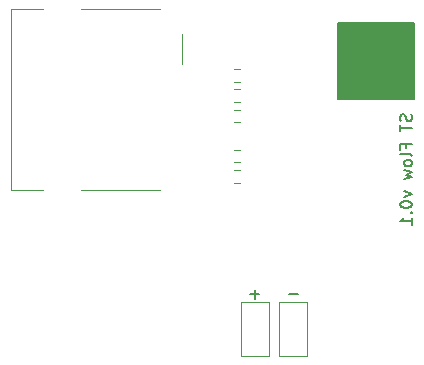
<source format=gbr>
%TF.GenerationSoftware,KiCad,Pcbnew,(6.0.4)*%
%TF.CreationDate,2023-08-29T14:34:22+02:00*%
%TF.ProjectId,big_black_box_pcb_cad,6269675f-626c-4616-936b-5f626f785f70,rev?*%
%TF.SameCoordinates,Original*%
%TF.FileFunction,Legend,Bot*%
%TF.FilePolarity,Positive*%
%FSLAX46Y46*%
G04 Gerber Fmt 4.6, Leading zero omitted, Abs format (unit mm)*
G04 Created by KiCad (PCBNEW (6.0.4)) date 2023-08-29 14:34:22*
%MOMM*%
%LPD*%
G01*
G04 APERTURE LIST*
%ADD10C,0.150000*%
%ADD11C,0.200000*%
%ADD12C,0.120000*%
G04 APERTURE END LIST*
D10*
X173200000Y-85600000D02*
X166800000Y-85600000D01*
X166800000Y-85600000D02*
X166800000Y-92000000D01*
X166800000Y-92000000D02*
X173200000Y-92000000D01*
X173200000Y-92000000D02*
X173200000Y-85600000D01*
G36*
X173200000Y-85600000D02*
G01*
X166800000Y-85600000D01*
X166800000Y-92000000D01*
X173200000Y-92000000D01*
X173200000Y-85600000D01*
G37*
D11*
X173004761Y-93333333D02*
X173052380Y-93476190D01*
X173052380Y-93714285D01*
X173004761Y-93809523D01*
X172957142Y-93857142D01*
X172861904Y-93904761D01*
X172766666Y-93904761D01*
X172671428Y-93857142D01*
X172623809Y-93809523D01*
X172576190Y-93714285D01*
X172528571Y-93523809D01*
X172480952Y-93428571D01*
X172433333Y-93380952D01*
X172338095Y-93333333D01*
X172242857Y-93333333D01*
X172147619Y-93380952D01*
X172100000Y-93428571D01*
X172052380Y-93523809D01*
X172052380Y-93761904D01*
X172100000Y-93904761D01*
X172052380Y-94190476D02*
X172052380Y-94761904D01*
X173052380Y-94476190D02*
X172052380Y-94476190D01*
X172528571Y-96190476D02*
X172528571Y-95857142D01*
X173052380Y-95857142D02*
X172052380Y-95857142D01*
X172052380Y-96333333D01*
X173052380Y-96857142D02*
X173004761Y-96761904D01*
X172909523Y-96714285D01*
X172052380Y-96714285D01*
X173052380Y-97380952D02*
X173004761Y-97285714D01*
X172957142Y-97238095D01*
X172861904Y-97190476D01*
X172576190Y-97190476D01*
X172480952Y-97238095D01*
X172433333Y-97285714D01*
X172385714Y-97380952D01*
X172385714Y-97523809D01*
X172433333Y-97619047D01*
X172480952Y-97666666D01*
X172576190Y-97714285D01*
X172861904Y-97714285D01*
X172957142Y-97666666D01*
X173004761Y-97619047D01*
X173052380Y-97523809D01*
X173052380Y-97380952D01*
X172385714Y-98047619D02*
X173052380Y-98238095D01*
X172576190Y-98428571D01*
X173052380Y-98619047D01*
X172385714Y-98809523D01*
X172385714Y-99857142D02*
X173052380Y-100095238D01*
X172385714Y-100333333D01*
X172052380Y-100904761D02*
X172052380Y-101000000D01*
X172100000Y-101095238D01*
X172147619Y-101142857D01*
X172242857Y-101190476D01*
X172433333Y-101238095D01*
X172671428Y-101238095D01*
X172861904Y-101190476D01*
X172957142Y-101142857D01*
X173004761Y-101095238D01*
X173052380Y-101000000D01*
X173052380Y-100904761D01*
X173004761Y-100809523D01*
X172957142Y-100761904D01*
X172861904Y-100714285D01*
X172671428Y-100666666D01*
X172433333Y-100666666D01*
X172242857Y-100714285D01*
X172147619Y-100761904D01*
X172100000Y-100809523D01*
X172052380Y-100904761D01*
X172957142Y-101666666D02*
X173004761Y-101714285D01*
X173052380Y-101666666D01*
X173004761Y-101619047D01*
X172957142Y-101666666D01*
X173052380Y-101666666D01*
X173052380Y-102666666D02*
X173052380Y-102095238D01*
X173052380Y-102380952D02*
X172052380Y-102380952D01*
X172195238Y-102285714D01*
X172290476Y-102190476D01*
X172338095Y-102095238D01*
D10*
X163380952Y-108571428D02*
X162619047Y-108571428D01*
X160130952Y-108571428D02*
X159369047Y-108571428D01*
X159750000Y-108952380D02*
X159750000Y-108190476D01*
D12*
%TO.C,U105*%
X145000000Y-99700000D02*
X151750000Y-99700000D01*
X153600000Y-89050000D02*
X153600000Y-86500000D01*
X139100000Y-99700000D02*
X139100000Y-84400000D01*
X139100000Y-99700000D02*
X141800000Y-99700000D01*
X139100000Y-84400000D02*
X141800000Y-84400000D01*
X151750000Y-84400000D02*
X145000000Y-84400000D01*
%TO.C,TP102*%
X160950000Y-113750000D02*
X160950000Y-109250000D01*
X160950000Y-109250000D02*
X158550000Y-109250000D01*
X158550000Y-109250000D02*
X158550000Y-113750000D01*
X158550000Y-113750000D02*
X160950000Y-113750000D01*
%TO.C,TP101*%
X164200000Y-113750000D02*
X164200000Y-109250000D01*
X161800000Y-109250000D02*
X161800000Y-113750000D01*
X164200000Y-109250000D02*
X161800000Y-109250000D01*
X161800000Y-113750000D02*
X164200000Y-113750000D01*
%TO.C,R117*%
X158487258Y-99097500D02*
X158012742Y-99097500D01*
X158487258Y-98052500D02*
X158012742Y-98052500D01*
%TO.C,R122*%
X158012742Y-90547500D02*
X158487258Y-90547500D01*
X158012742Y-89502500D02*
X158487258Y-89502500D01*
%TO.C,R120*%
X158487258Y-92922500D02*
X158012742Y-92922500D01*
X158487258Y-93967500D02*
X158012742Y-93967500D01*
%TO.C,R118*%
X158487258Y-97387500D02*
X158012742Y-97387500D01*
X158487258Y-96342500D02*
X158012742Y-96342500D01*
%TO.C,R121*%
X158487258Y-91212500D02*
X158012742Y-91212500D01*
X158487258Y-92257500D02*
X158012742Y-92257500D01*
%TD*%
M02*

</source>
